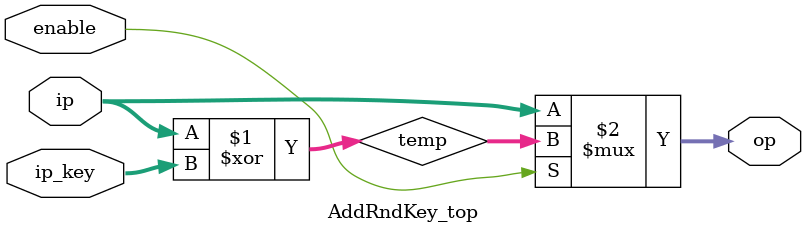
<source format=v>
module AddRndKey_top(
input [127:0] ip,
input [127:0] ip_key,
input enable,
output [127:0] op
);

 wire[127:0] temp; //The data is stored here until 
                        //specified that it should be moved to the output
 
 
  //This step performs the XOR operation
   
    assign temp = ip ^ ip_key;
  
 
  //This block is used to move the data from temp to the output on the clock
   assign op = enable? temp:ip;
endmodule

</source>
